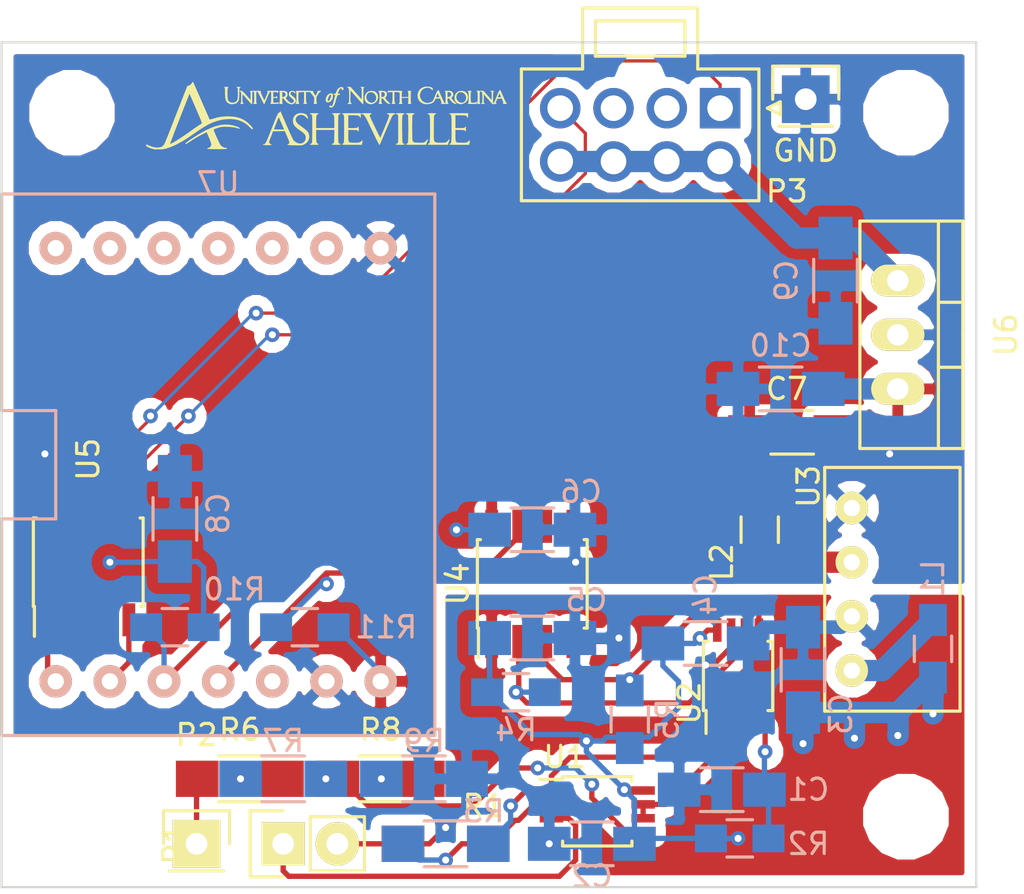
<source format=kicad_pcb>
(kicad_pcb (version 20160815) (host pcbnew "(2016-12-18 revision 3ffa37c)-makepkg")
  (layers (0 F.Cu signal) (31 B.Cu signal) (34 B.Paste user) (35 F.Paste user) (36 B.SilkS user) (37 F.SilkS user) (38 B.Mask user) (39 F.Mask user) (44 Edge.Cuts user))
  (net 0 "")
  (net 1 "Net-(C1-Pad1)")
  (net 2 GNDD)
  (net 3 VCC)
  (net 4 VDD)
  (net 5 GND)
  (net 6 +12V)
  (net 7 /CANH)
  (net 8 /CANL)
  (net 9 "Net-(L1-Pad1)")
  (net 10 "Net-(L2-Pad2)")
  (net 11 /ACC_NEG)
  (net 12 "Net-(P2-Pad1)")
  (net 13 "Net-(R1-Pad1)")
  (net 14 /AIN0)
  (net 15 /SDA1)
  (net 16 /SCL1)
  (net 17 "Net-(R6-Pad2)")
  (net 18 "Net-(R7-Pad2)")
  (net 19 "Net-(R8-Pad2)")
  (net 20 /SDA2)
  (net 21 /SCL2)
  (net 22 /AIN1)
  (net 23 /TXD)
  (net 24 /RXD)
  (module Pin_Headers:Pin_Header_Straight_1x01 (layer F.Cu) (at 193.167 88.519)
    (fp_text reference GND (at 0 2.413) (layer F.SilkS))
    (fp_text value Pin_Header_Straight_1x01)
    (pad 1 thru_hole rect (at 0 0) (size 2.2352 2.2352) (drill 1.016) (layers *.Cu *.Mask) (net 5 GND))
  )
  (module "UNCAMotorsports:UNCA Logo" (layer F.Cu) (at 170.688 89.281)
    (fp_text reference G*** hide)
    (fp_text value LOGO hide)
  )
  (module Mounting_Holes:MountingHole_3mm (layer F.Cu) (at 158.75 122.174)
    (fp_text reference REF** hide)
    (fp_text value MountingHole_3mm)
    (pad 1 np_thru_hole circle (at 0 0) (size 3 3) (drill 3) (layers *.Cu *.Mask))
  )
  (module Mounting_Holes:MountingHole_3mm (layer F.Cu) (at 197.866 122.174)
    (fp_text reference REF** hide)
    (fp_text value MountingHole_3mm)
    (pad 1 np_thru_hole circle (at 0 0) (size 3 3) (drill 3) (layers *.Cu *.Mask))
  )
  (module Mounting_Holes:MountingHole_3mm (layer F.Cu) (at 197.866 89.154)
    (fp_text reference REF** hide)
    (fp_text value MountingHole_3mm)
    (pad 1 np_thru_hole circle (at 0 0) (size 3 3) (drill 3) (layers *.Cu *.Mask))
  )
  (module Mounting_Holes:MountingHole_3mm (layer F.Cu) (at 158.75 89.154)
    (fp_text reference REF** hide)
    (fp_text value MountingHole_3mm)
    (pad 1 np_thru_hole circle (at 0 0) (size 3 3) (drill 3) (layers *.Cu *.Mask))
  )
  (module Connectors_Molex:Molex_NanoFit_2x04x2.50mm_Straight (layer F.Cu) (at 189.15 88.94 180)
    (fp_text reference P3 (at -3.128 -3.897 180) (layer F.SilkS))
    (fp_text value CONN_02X04)
    (pad 1 thru_hole rect (at 0 0 180) (size 1.9 1.9) (drill 1.2) (layers *.Cu *.Mask) (net 7 /CANH))
    (pad 2 thru_hole circle (at 2.5 0 180) (size 1.9 1.9) (drill 1.2) (layers *.Cu *.Mask))
    (pad 3 thru_hole circle (at 5 0 180) (size 1.9 1.9) (drill 1.2) (layers *.Cu *.Mask))
    (pad 4 thru_hole circle (at 7.5 0 180) (size 1.9 1.9) (drill 1.2) (layers *.Cu *.Mask) (net 8 /CANL))
    (pad 5 thru_hole circle (at 0 -2.5 180) (size 1.9 1.9) (drill 1.2) (layers *.Cu *.Mask) (net 6 +12V))
    (pad 6 thru_hole circle (at 2.5 -2.5 180) (size 1.9 1.9) (drill 1.2) (layers *.Cu *.Mask) (net 6 +12V))
    (pad 7 thru_hole circle (at 5 -2.5 180) (size 1.9 1.9) (drill 1.2) (layers *.Cu *.Mask) (net 6 +12V))
    (pad 8 thru_hole circle (at 7.5 -2.5 180) (size 1.9 1.9) (drill 1.2) (layers *.Cu *.Mask) (net 6 +12V))
    (pad "" np_thru_hole circle (at 3.75 1.34 180) (size 1.3 1.3) (drill 1.3) (layers *.Cu))
  )
  (module Housings_SSOP:TSSOP-8_3x3mm_Pitch0.65mm (layer F.Cu) (at 183.388 121.92)
    (fp_text reference U1 (at -1.524 -2.55) (layer F.SilkS))
    (fp_text value MCP6V27)
    (pad 8 smd rect (at 2.15 -0.975) (size 1.1 0.4) (layers F.Cu F.Paste F.Mask) (net 3 VCC))
    (pad 7 smd rect (at 2.15 -0.325) (size 1.1 0.4) (layers F.Cu F.Paste F.Mask) (net 22 /AIN1))
    (pad 6 smd rect (at 2.15 0.325) (size 1.1 0.4) (layers F.Cu F.Paste F.Mask) (net 22 /AIN1))
    (pad 5 smd rect (at 2.15 0.975) (size 1.1 0.4) (layers F.Cu F.Paste F.Mask) (net 18 "Net-(R7-Pad2)"))
    (pad 4 smd rect (at -2.15 0.975) (size 1.1 0.4) (layers F.Cu F.Paste F.Mask) (net 2 GNDD))
    (pad 3 smd rect (at -2.15 0.325) (size 1.1 0.4) (layers F.Cu F.Paste F.Mask) (net 11 /ACC_NEG))
    (pad 2 smd rect (at -2.15 -0.325) (size 1.1 0.4) (layers F.Cu F.Paste F.Mask) (net 13 "Net-(R1-Pad1)"))
    (pad 1 smd rect (at -2.15 -0.975) (size 1.1 0.4) (layers F.Cu F.Paste F.Mask) (net 14 /AIN0))
  )
  (module Capacitors_SMD:C_1206_HandSoldering (layer B.Cu) (at 189.23 120.904 180)
    (fp_text reference C1 (at -4.064 0 180) (layer B.SilkS) (effects (justify mirror)))
    (fp_text value 1uF)
    (pad 1 smd rect (at -2 0 180) (size 2 1.6) (layers B.Cu B.Paste B.Mask) (net 1 "Net-(C1-Pad1)"))
    (pad 2 smd rect (at 2 0 180) (size 2 1.6) (layers B.Cu B.Paste B.Mask) (net 2 GNDD))
  )
  (module Capacitors_SMD:C_1206_HandSoldering (layer B.Cu) (at 183.134 123.444)
    (fp_text reference C2 (at 0 1.524) (layer B.SilkS) (effects (justify mirror)))
    (fp_text value 1uF)
    (pad 1 smd rect (at -2 0) (size 2 1.6) (layers B.Cu B.Paste B.Mask) (net 2 GNDD))
    (pad 2 smd rect (at 2 0) (size 2 1.6) (layers B.Cu B.Paste B.Mask) (net 3 VCC))
  )
  (module Capacitors_SMD:C_1206_HandSoldering (layer B.Cu) (at 193.04 115.284 90)
    (fp_text reference C3 (at -2.064 1.778 90) (layer B.SilkS) (effects (justify mirror)))
    (fp_text value 1uF)
    (pad 1 smd rect (at -2 0 90) (size 2 1.6) (layers B.Cu B.Paste B.Mask) (net 3 VCC))
    (pad 2 smd rect (at 2 0 90) (size 2 1.6) (layers B.Cu B.Paste B.Mask) (net 2 GNDD))
  )
  (module Capacitors_SMD:C_1206_HandSoldering (layer B.Cu) (at 188.468 114.046)
    (fp_text reference C4 (at 0 -2.286 270) (layer B.SilkS) (effects (justify mirror)))
    (fp_text value 1uF)
    (pad 1 smd rect (at -2 0) (size 2 1.6) (layers B.Cu B.Paste B.Mask) (net 3 VCC))
    (pad 2 smd rect (at 2 0) (size 2 1.6) (layers B.Cu B.Paste B.Mask) (net 2 GNDD))
  )
  (module Capacitors_SMD:C_1206_HandSoldering (layer B.Cu) (at 180.34 113.792)
    (fp_text reference C5 (at 2.54 -1.778) (layer B.SilkS) (effects (justify mirror)))
    (fp_text value 1uF)
    (pad 1 smd rect (at -2 0) (size 2 1.6) (layers B.Cu B.Paste B.Mask) (net 3 VCC))
    (pad 2 smd rect (at 2 0) (size 2 1.6) (layers B.Cu B.Paste B.Mask) (net 2 GNDD))
  )
  (module Capacitors_SMD:C_1206_HandSoldering (layer B.Cu) (at 180.34 108.712)
    (fp_text reference C6 (at 2.286 -1.778) (layer B.SilkS) (effects (justify mirror)))
    (fp_text value 1uF)
    (pad 1 smd rect (at -2 0) (size 2 1.6) (layers B.Cu B.Paste B.Mask) (net 4 VDD))
    (pad 2 smd rect (at 2 0) (size 2 1.6) (layers B.Cu B.Paste B.Mask) (net 5 GND))
  )
  (module Capacitors_SMD:C_1206_HandSoldering (layer F.Cu) (at 192.532 104.14)
    (fp_text reference C7 (at -0.254 -2.032) (layer F.SilkS))
    (fp_text value 1uF)
    (pad 1 smd rect (at -2 0) (size 2 1.6) (layers F.Cu F.Paste F.Mask) (net 4 VDD))
    (pad 2 smd rect (at 2 0) (size 2 1.6) (layers F.Cu F.Paste F.Mask) (net 5 GND))
  )
  (module Capacitors_SMD:C_1206_HandSoldering (layer B.Cu) (at 163.576 108.204 270)
    (fp_text reference C8 (at -0.254 -2.032 270) (layer B.SilkS) (effects (justify mirror)))
    (fp_text value 1uF)
    (pad 1 smd rect (at -2 0 270) (size 2 1.6) (layers B.Cu B.Paste B.Mask) (net 5 GND))
    (pad 2 smd rect (at 2 0 270) (size 2 1.6) (layers B.Cu B.Paste B.Mask) (net 4 VDD))
  )
  (module Capacitors_SMD:C_1206_HandSoldering (layer B.Cu) (at 194.564 97.028 270)
    (fp_text reference C9 (at 0 2.3 270) (layer B.SilkS) (effects (justify mirror)))
    (fp_text value 0.68uF)
    (pad 1 smd rect (at -2 0 270) (size 2 1.6) (layers B.Cu B.Paste B.Mask) (net 6 +12V))
    (pad 2 smd rect (at 2 0 270) (size 2 1.6) (layers B.Cu B.Paste B.Mask) (net 5 GND))
  )
  (module Capacitors_SMD:C_1206_HandSoldering (layer B.Cu) (at 191.992 102.108 180)
    (fp_text reference C10 (at 0 2.032 180) (layer B.SilkS) (effects (justify mirror)))
    (fp_text value 0.33uF)
    (pad 1 smd rect (at -2 0 180) (size 2 1.6) (layers B.Cu B.Paste B.Mask) (net 4 VDD))
    (pad 2 smd rect (at 2 0 180) (size 2 1.6) (layers B.Cu B.Paste B.Mask) (net 5 GND))
  )
  (module Pin_Headers:Pin_Header_Straight_1x02 (layer F.Cu) (at 168.656 123.444 90)
    (fp_text reference P1 (at 0 -5.1 90) (layer F.SilkS))
    (fp_text value SHUNT)
    (pad 1 thru_hole rect (at 0 0 90) (size 2.032 2.032) (drill 1.016) (layers *.Cu *.Mask F.SilkS) (net 11 /ACC_NEG))
    (pad 2 thru_hole oval (at 0 2.54 90) (size 2.032 2.032) (drill 1.016) (layers *.Cu *.Mask F.SilkS) (net 2 GNDD))
  )
  (module Pin_Headers:Pin_Header_Straight_1x01 (layer F.Cu) (at 164.592 123.444)
    (fp_text reference P2 (at 0 -5.1) (layer F.SilkS))
    (fp_text value HV)
    (pad 1 thru_hole rect (at 0 0) (size 2.2352 2.2352) (drill 1.016) (layers *.Cu *.Mask F.SilkS) (net 12 "Net-(P2-Pad1)"))
  )
  (module Resistors_SMD:R_1206_HandSoldering (layer F.Cu) (at 176.276 123.444 180)
    (fp_text reference R1 (at -1.778 1.778 180) (layer F.SilkS))
    (fp_text value 1k)
    (pad 1 smd rect (at -2 0 180) (size 2 1.7) (layers F.Cu F.Paste F.Mask) (net 13 "Net-(R1-Pad1)"))
    (pad 2 smd rect (at 2 0 180) (size 2 1.7) (layers F.Cu F.Paste F.Mask) (net 2 GNDD))
  )
  (module Resistors_SMD:R_0805_HandSoldering (layer B.Cu) (at 190.072 123.19 180)
    (fp_text reference R2 (at -3.222 -0.254 180) (layer B.SilkS) (effects (justify mirror)))
    (fp_text value 1k)
    (pad 1 smd rect (at -1.35 0 180) (size 1.5 1.3) (layers B.Cu B.Paste B.Mask) (net 1 "Net-(C1-Pad1)"))
    (pad 2 smd rect (at 1.35 0 180) (size 1.5 1.3) (layers B.Cu B.Paste B.Mask) (net 3 VCC))
  )
  (module Resistors_SMD:R_1206_HandSoldering (layer B.Cu) (at 176.276 123.444 180)
    (fp_text reference R3 (at -1.778 1.524 180) (layer B.SilkS) (effects (justify mirror)))
    (fp_text value 100k)
    (pad 1 smd rect (at -2 0 180) (size 2 1.7) (layers B.Cu B.Paste B.Mask) (net 14 /AIN0))
    (pad 2 smd rect (at 2 0 180) (size 2 1.7) (layers B.Cu B.Paste B.Mask) (net 13 "Net-(R1-Pad1)"))
  )
  (module Resistors_SMD:R_0805_HandSoldering (layer B.Cu) (at 179.578 116.332)
    (fp_text reference R4 (at 0 1.778) (layer B.SilkS) (effects (justify mirror)))
    (fp_text value 1k)
    (pad 1 smd rect (at -1.35 0) (size 1.5 1.3) (layers B.Cu B.Paste B.Mask) (net 3 VCC))
    (pad 2 smd rect (at 1.35 0) (size 1.5 1.3) (layers B.Cu B.Paste B.Mask) (net 15 /SDA1))
  )
  (module Resistors_SMD:R_0805_HandSoldering (layer B.Cu) (at 184.912 117.602 90)
    (fp_text reference R5 (at 0 1.778 90) (layer B.SilkS) (effects (justify mirror)))
    (fp_text value 1k)
    (pad 1 smd rect (at -1.35 0 90) (size 1.5 1.3) (layers B.Cu B.Paste B.Mask) (net 3 VCC))
    (pad 2 smd rect (at 1.35 0 90) (size 1.5 1.3) (layers B.Cu B.Paste B.Mask) (net 16 /SCL1))
  )
  (module Resistors_SMD:R_1206_HandSoldering (layer F.Cu) (at 166.624 120.396)
    (fp_text reference R6 (at 0 -2.3) (layer F.SilkS))
    (fp_text value 100k)
    (pad 1 smd rect (at -2 0) (size 2 1.7) (layers F.Cu F.Paste F.Mask) (net 12 "Net-(P2-Pad1)"))
    (pad 2 smd rect (at 2 0) (size 2 1.7) (layers F.Cu F.Paste F.Mask) (net 17 "Net-(R6-Pad2)"))
  )
  (module Resistors_SMD:R_1206_HandSoldering (layer B.Cu) (at 168.656 120.396)
    (fp_text reference R7 (at 0 -1.778) (layer B.SilkS) (effects (justify mirror)))
    (fp_text value 100k)
    (pad 1 smd rect (at -2 0) (size 2 1.7) (layers B.Cu B.Paste B.Mask) (net 17 "Net-(R6-Pad2)"))
    (pad 2 smd rect (at 2 0) (size 2 1.7) (layers B.Cu B.Paste B.Mask) (net 18 "Net-(R7-Pad2)"))
  )
  (module Resistors_SMD:R_1206_HandSoldering (layer F.Cu) (at 173.228 120.396)
    (fp_text reference R8 (at 0 -2.3) (layer F.SilkS))
    (fp_text value 1k)
    (pad 1 smd rect (at -2 0) (size 2 1.7) (layers F.Cu F.Paste F.Mask) (net 18 "Net-(R7-Pad2)"))
    (pad 2 smd rect (at 2 0) (size 2 1.7) (layers F.Cu F.Paste F.Mask) (net 19 "Net-(R8-Pad2)"))
  )
  (module Resistors_SMD:R_1206_HandSoldering (layer B.Cu) (at 175.26 120.396)
    (fp_text reference R9 (at 0 -1.778) (layer B.SilkS) (effects (justify mirror)))
    (fp_text value 1k)
    (pad 1 smd rect (at -2 0) (size 2 1.7) (layers B.Cu B.Paste B.Mask) (net 19 "Net-(R8-Pad2)"))
    (pad 2 smd rect (at 2 0) (size 2 1.7) (layers B.Cu B.Paste B.Mask) (net 2 GNDD))
  )
  (module Resistors_SMD:R_0805_HandSoldering (layer B.Cu) (at 163.576 113.284 180)
    (fp_text reference R10 (at -2.794 1.778 180) (layer B.SilkS) (effects (justify mirror)))
    (fp_text value 1k)
    (pad 1 smd rect (at -1.35 0 180) (size 1.5 1.3) (layers B.Cu B.Paste B.Mask) (net 4 VDD))
    (pad 2 smd rect (at 1.35 0 180) (size 1.5 1.3) (layers B.Cu B.Paste B.Mask) (net 20 /SDA2))
  )
  (module Resistors_SMD:R_0805_HandSoldering (layer B.Cu) (at 169.672 113.284 180)
    (fp_text reference R11 (at -3.81 0 180) (layer B.SilkS) (effects (justify mirror)))
    (fp_text value 1k)
    (pad 1 smd rect (at -1.35 0 180) (size 1.5 1.3) (layers B.Cu B.Paste B.Mask) (net 4 VDD))
    (pad 2 smd rect (at 1.35 0 180) (size 1.5 1.3) (layers B.Cu B.Paste B.Mask) (net 21 /SCL2))
  )
  (module .pretty:CRE1S0505S3C (layer F.Cu) (at 199.136 107.696 270)
    (fp_text reference U3 (at -1.016 5.842 270) (layer F.SilkS))
    (fp_text value CRE1S0505S3C)
    (pad 1 thru_hole circle (at 0 3.81 270) (size 1.524 1.524) (drill 0.762) (layers *.Cu *.Mask F.SilkS) (net 5 GND))
    (pad 2 thru_hole circle (at 2.54 3.81 270) (size 1.524 1.524) (drill 0.762) (layers *.Cu *.Mask F.SilkS) (net 10 "Net-(L2-Pad2)"))
    (pad 3 thru_hole circle (at 5.08 3.81 270) (size 1.524 1.524) (drill 0.762) (layers *.Cu *.Mask F.SilkS) (net 2 GNDD))
    (pad 4 thru_hole circle (at 7.62 3.81 270) (size 1.524 1.524) (drill 0.762) (layers *.Cu *.Mask F.SilkS) (net 9 "Net-(L1-Pad1)"))
  )
  (module Housings_SOIC:SOIC-8_3.9x4.9mm_Pitch1.27mm (layer F.Cu) (at 180.34 111.252 90)
    (fp_text reference U4 (at 0 -3.5 90) (layer F.SilkS))
    (fp_text value ADUM1250ARZ)
    (pad 1 smd rect (at -2.7 -1.905 90) (size 1.55 0.6) (layers F.Cu F.Paste F.Mask) (net 3 VCC))
    (pad 2 smd rect (at -2.7 -0.635 90) (size 1.55 0.6) (layers F.Cu F.Paste F.Mask) (net 15 /SDA1))
    (pad 3 smd rect (at -2.7 0.635 90) (size 1.55 0.6) (layers F.Cu F.Paste F.Mask) (net 16 /SCL1))
    (pad 4 smd rect (at -2.7 1.905 90) (size 1.55 0.6) (layers F.Cu F.Paste F.Mask) (net 2 GNDD))
    (pad 5 smd rect (at 2.7 1.905 90) (size 1.55 0.6) (layers F.Cu F.Paste F.Mask) (net 5 GND))
    (pad 6 smd rect (at 2.7 0.635 90) (size 1.55 0.6) (layers F.Cu F.Paste F.Mask) (net 21 /SCL2))
    (pad 7 smd rect (at 2.7 -0.635 90) (size 1.55 0.6) (layers F.Cu F.Paste F.Mask) (net 20 /SDA2))
    (pad 8 smd rect (at 2.7 -1.905 90) (size 1.55 0.6) (layers F.Cu F.Paste F.Mask) (net 4 VDD))
  )
  (module Housings_SOIC:SOIC-8_3.9x4.9mm_Pitch1.27mm (layer F.Cu) (at 159.512 110.236 90)
    (fp_text reference U5 (at 4.826 0 90) (layer F.SilkS))
    (fp_text value MCP2551-I/P)
    (pad 1 smd rect (at -2.7 -1.905 90) (size 1.55 0.6) (layers F.Cu F.Paste F.Mask) (net 23 /TXD))
    (pad 2 smd rect (at -2.7 -0.635 90) (size 1.55 0.6) (layers F.Cu F.Paste F.Mask) (net 5 GND))
    (pad 3 smd rect (at -2.7 0.635 90) (size 1.55 0.6) (layers F.Cu F.Paste F.Mask) (net 4 VDD))
    (pad 4 smd rect (at -2.7 1.905 90) (size 1.55 0.6) (layers F.Cu F.Paste F.Mask) (net 24 /RXD))
    (pad 5 smd rect (at 2.7 1.905 90) (size 1.55 0.6) (layers F.Cu F.Paste F.Mask))
    (pad 6 smd rect (at 2.7 0.635 90) (size 1.55 0.6) (layers F.Cu F.Paste F.Mask) (net 8 /CANL))
    (pad 7 smd rect (at 2.7 -0.635 90) (size 1.55 0.6) (layers F.Cu F.Paste F.Mask) (net 7 /CANH))
    (pad 8 smd rect (at 2.7 -1.905 90) (size 1.55 0.6) (layers F.Cu F.Paste F.Mask) (net 5 GND))
  )
  (module TO_SOT_Packages_THT:TO-220_Neutral123_Vertical (layer F.Cu) (at 197.485 99.568 270)
    (fp_text reference U6 (at 0 -5.08 270) (layer F.SilkS))
    (fp_text value 7805)
    (pad 2 thru_hole oval (at 0 0) (size 2.49936 1.50114) (drill 1.00076) (layers *.Cu *.Mask F.SilkS) (net 5 GND))
    (pad 1 thru_hole oval (at -2.54 0) (size 2.49936 1.50114) (drill 1.00076) (layers *.Cu *.Mask F.SilkS) (net 6 +12V))
    (pad 3 thru_hole oval (at 2.54 0) (size 2.49936 1.50114) (drill 1.00076) (layers *.Cu *.Mask F.SilkS) (net 4 VDD))
  )
  (module UNCAMotorsports:Kitprog-PSoC (layer B.Cu) (at 165.608 92.964)
    (fp_text reference U7 (at 0 -0.5) (layer B.SilkS) (effects (justify mirror)))
    (fp_text value Kitprog-PSoC)
    (pad 1 thru_hole circle (at -7.62 2.54) (size 1.524 1.524) (drill 0.762) (layers *.Cu *.Mask B.SilkS))
    (pad 2 thru_hole circle (at -5.08 2.54) (size 1.524 1.524) (drill 0.762) (layers *.Cu *.Mask B.SilkS))
    (pad 3 thru_hole circle (at -2.54 2.54) (size 1.524 1.524) (drill 0.762) (layers *.Cu *.Mask B.SilkS))
    (pad 4 thru_hole circle (at 0 2.54) (size 1.524 1.524) (drill 0.762) (layers *.Cu *.Mask B.SilkS))
    (pad 5 thru_hole circle (at 2.54 2.54) (size 1.524 1.524) (drill 0.762) (layers *.Cu *.Mask B.SilkS))
    (pad 6 thru_hole circle (at 5.08 2.54) (size 1.524 1.524) (drill 0.762) (layers *.Cu *.Mask B.SilkS))
    (pad 7 thru_hole circle (at 7.62 2.54) (size 1.524 1.524) (drill 0.762) (layers *.Cu *.Mask B.SilkS) (net 5 GND))
    (pad 8 thru_hole oval (at 7.62 22.86) (size 1.524 1.524) (drill oval 0.762) (layers *.Cu *.Mask B.SilkS) (net 4 VDD))
    (pad 9 thru_hole circle (at 5.08 22.86) (size 1.524 1.524) (drill 0.762) (layers *.Cu *.Mask B.SilkS) (net 5 GND))
    (pad 10 thru_hole circle (at 2.54 22.86) (size 1.524 1.524) (drill 0.762) (layers *.Cu *.Mask B.SilkS))
    (pad 11 thru_hole circle (at 0 22.86) (size 1.524 1.524) (drill 0.762) (layers *.Cu *.Mask B.SilkS) (net 21 /SCL2))
    (pad 12 thru_hole circle (at -2.54 22.86) (size 1.524 1.524) (drill 0.762) (layers *.Cu *.Mask B.SilkS) (net 20 /SDA2))
    (pad 13 thru_hole circle (at -5.08 22.86) (size 1.524 1.524) (drill 0.762) (layers *.Cu *.Mask B.SilkS) (net 24 /RXD))
    (pad 14 thru_hole circle (at -7.62 22.86) (size 1.524 1.524) (drill 0.762) (layers *.Cu *.Mask B.SilkS) (net 23 /TXD))
  )
  (module Housings_SSOP:TSSOP-8_3x3mm_Pitch0.65mm (layer F.Cu) (at 189.992 115.57 90)
    (fp_text reference U2 (at -1.27 -2.286 90) (layer F.SilkS))
    (fp_text value MAX11644)
    (pad 1 smd rect (at -2.15 -0.975 90) (size 1.1 0.4) (layers F.Cu F.Paste F.Mask) (net 14 /AIN0))
    (pad 2 smd rect (at -2.15 -0.325 90) (size 1.1 0.4) (layers F.Cu F.Paste F.Mask) (net 22 /AIN1))
    (pad 3 smd rect (at -2.15 0.325 90) (size 1.1 0.4) (layers F.Cu F.Paste F.Mask))
    (pad 4 smd rect (at -2.15 0.975 90) (size 1.1 0.4) (layers F.Cu F.Paste F.Mask) (net 1 "Net-(C1-Pad1)"))
    (pad 5 smd rect (at 2.15 0.975 90) (size 1.1 0.4) (layers F.Cu F.Paste F.Mask) (net 16 /SCL1))
    (pad 6 smd rect (at 2.15 0.325 90) (size 1.1 0.4) (layers F.Cu F.Paste F.Mask) (net 15 /SDA1))
    (pad 7 smd rect (at 2.15 -0.325 90) (size 1.1 0.4) (layers F.Cu F.Paste F.Mask) (net 2 GNDD))
    (pad 8 smd rect (at 2.15 -0.975 90) (size 1.1 0.4) (layers F.Cu F.Paste F.Mask) (net 3 VCC))
  )
  (module Resistors_SMD:R_0805_HandSoldering (layer B.Cu) (at 199.136 114.3 270)
    (fp_text reference L1 (at -3.302 0 270) (layer B.SilkS) (effects (justify mirror)))
    (fp_text value 10uH)
    (pad 2 smd rect (at 1.35 0 270) (size 1.5 1.3) (layers B.Cu B.Paste B.Mask) (net 3 VCC))
    (pad 1 smd rect (at -1.35 0 270) (size 1.5 1.3) (layers B.Cu B.Paste B.Mask) (net 9 "Net-(L1-Pad1)"))
  )
  (module Resistors_SMD:R_0805_HandSoldering (layer F.Cu) (at 191.008 108.712 270)
    (fp_text reference L2 (at 1.524 1.778 270) (layer F.SilkS))
    (fp_text value 10uH)
    (pad 2 smd rect (at 1.35 0 270) (size 1.5 1.3) (layers F.Cu F.Paste F.Mask) (net 10 "Net-(L2-Pad2)"))
    (pad 1 smd rect (at -1.35 0 270) (size 1.5 1.3) (layers F.Cu F.Paste F.Mask) (net 4 VDD))
  )
  (gr_line (start 201.168 125.476) (end 201.168 85.852) (layer Edge.Cuts) (width 0.1))
  (gr_line (start 155.448 125.476) (end 201.168 125.476) (layer Edge.Cuts) (width 0.1))
  (gr_line (start 155.448 85.852) (end 155.448 125.476) (layer Edge.Cuts) (width 0.1))
  (gr_line (start 155.448 85.852) (end 201.168 85.852) (layer Edge.Cuts) (width 0.1))
  (segment (start 191.262 119.126) (end 191.262 118.015) (width 0.25) (layer F.Cu) (net 1))
  (segment (start 191.262 118.015) (end 190.967 117.72) (width 0.25) (layer F.Cu) (net 1))
  (segment (start 191.23 120.904) (end 191.23 119.158) (width 0.25) (layer B.Cu) (net 1))
  (segment (start 191.23 119.158) (end 191.262 119.126) (width 0.25) (layer B.Cu) (net 1))
  (via (at 191.262 119.126) (size 0.6858) (drill 0.3302) (layers F.Cu B.Cu) (net 1))
  (segment (start 191.422 123.19) (end 191.422 121.096) (width 0.25) (layer B.Cu) (net 1))
  (segment (start 191.422 121.096) (end 191.23 120.904) (width 0.25) (layer B.Cu) (net 1))
  (segment (start 193.04 113.284) (end 191.23 113.284) (width 0.64516) (layer B.Cu) (net 2))
  (segment (start 191.23 113.284) (end 190.468 114.046) (width 0.64516) (layer B.Cu) (net 2))
  (segment (start 193.04 113.284) (end 194.818 113.284) (width 0.64516) (layer B.Cu) (net 2))
  (segment (start 194.818 113.284) (end 195.326 112.776) (width 0.64516) (layer B.Cu) (net 2))
  (segment (start 182.245 113.952) (end 184.244 113.952) (width 0.25) (layer F.Cu) (net 2))
  (segment (start 184.244 113.952) (end 184.404 113.792) (width 0.25) (layer F.Cu) (net 2))
  (via (at 184.404 113.792) (size 0.6858) (drill 0.3302) (layers F.Cu B.Cu) (net 2))
  (segment (start 181.238 122.895) (end 181.238 123.34) (width 0.25) (layer F.Cu) (net 2))
  (segment (start 181.238 123.34) (end 181.134 123.444) (width 0.25) (layer F.Cu) (net 2))
  (via (at 181.134 123.444) (size 0.6858) (drill 0.3302) (layers F.Cu B.Cu) (net 2))
  (segment (start 189.667 113.42) (end 189.667 114.22) (width 0.25) (layer F.Cu) (net 2))
  (segment (start 189.667 114.22) (end 188.825 115.062) (width 0.25) (layer F.Cu) (net 2))
  (segment (start 188.825 115.062) (end 188.468 115.062) (width 0.25) (layer F.Cu) (net 2))
  (via (at 188.468 115.062) (size 0.6858) (drill 0.3302) (layers F.Cu B.Cu) (net 2))
  (segment (start 174.276 123.444) (end 175.514 123.444) (width 0.25) (layer F.Cu) (net 2))
  (segment (start 175.514 123.444) (end 176.276 122.682) (width 0.25) (layer F.Cu) (net 2))
  (via (at 176.276 122.682) (size 0.6858) (drill 0.3302) (layers F.Cu B.Cu) (net 2))
  (segment (start 171.196 123.444) (end 171.45 123.444) (width 0.25) (layer B.Cu) (net 2))
  (segment (start 171.196 123.444) (end 174.276 123.444) (width 0.25) (layer F.Cu) (net 2))
  (segment (start 182.372 112.268) (end 182.372 113.76) (width 0.25) (layer B.Cu) (net 2))
  (segment (start 182.372 113.76) (end 182.34 113.792) (width 0.25) (layer B.Cu) (net 2))
  (segment (start 197.502 117.284) (end 197.502 118.347) (width 1) (layer B.Cu) (net 3))
  (segment (start 197.502 118.347) (end 197.485 118.364) (width 1) (layer B.Cu) (net 3))
  (via (at 197.485 118.364) (size 0.6858) (drill 0.3302) (layers F.Cu B.Cu) (net 3))
  (segment (start 195.453 117.284) (end 193.04 117.284) (width 1) (layer B.Cu) (net 3))
  (segment (start 196.024 117.284) (end 195.453 117.284) (width 1) (layer B.Cu) (net 3))
  (segment (start 195.453 117.284) (end 195.453 118.491) (width 1) (layer B.Cu) (net 3))
  (via (at 195.453 118.491) (size 0.6858) (drill 0.3302) (layers F.Cu B.Cu) (net 3))
  (segment (start 193.04 117.284) (end 193.04 118.745) (width 1) (layer B.Cu) (net 3))
  (via (at 193.04 118.745) (size 0.6858) (drill 0.3302) (layers F.Cu B.Cu) (net 3))
  (segment (start 199.136 115.65) (end 199.136 117.348) (width 1) (layer B.Cu) (net 3))
  (via (at 199.136 117.348) (size 0.6858) (drill 0.3302) (layers F.Cu B.Cu) (net 3))
  (segment (start 199.136 115.65) (end 197.502 117.284) (width 1) (layer B.Cu) (net 3))
  (segment (start 197.502 117.284) (end 196.024 117.284) (width 1) (layer B.Cu) (net 3))
  (segment (start 182.88 118.618) (end 182.580001 118.318001) (width 0.25) (layer B.Cu) (net 3))
  (segment (start 182.580001 118.318001) (end 180.314001 118.318001) (width 0.25) (layer B.Cu) (net 3))
  (segment (start 180.314001 118.318001) (end 178.328 116.332) (width 0.25) (layer B.Cu) (net 3))
  (segment (start 178.328 116.332) (end 178.228 116.332) (width 0.25) (layer B.Cu) (net 3))
  (segment (start 178.34 113.792) (end 178.34 116.22) (width 0.25) (layer B.Cu) (net 3))
  (segment (start 178.34 116.22) (end 178.228 116.332) (width 0.25) (layer B.Cu) (net 3))
  (segment (start 183.642 118.618) (end 183.816 118.444) (width 0.25) (layer B.Cu) (net 3))
  (segment (start 183.816 118.444) (end 184.912 118.444) (width 0.25) (layer B.Cu) (net 3))
  (segment (start 187.198 115.826) (end 187.198 117.058) (width 0.25) (layer B.Cu) (net 3))
  (segment (start 187.198 117.058) (end 185.812 118.444) (width 0.25) (layer B.Cu) (net 3))
  (segment (start 185.812 118.444) (end 184.912 118.444) (width 0.25) (layer B.Cu) (net 3))
  (segment (start 186.468 114.046) (end 186.468 115.096) (width 0.25) (layer B.Cu) (net 3))
  (segment (start 186.468 115.096) (end 187.198 115.826) (width 0.25) (layer B.Cu) (net 3))
  (segment (start 188.208026 113.778974) (end 188.208026 113.807046) (width 0.25) (layer F.Cu) (net 3))
  (segment (start 187.969072 114.046) (end 188.208026 113.807046) (width 0.25) (layer B.Cu) (net 3))
  (segment (start 189.017 113.42) (end 188.567 113.42) (width 0.25) (layer F.Cu) (net 3))
  (segment (start 186.468 114.046) (end 187.969072 114.046) (width 0.25) (layer B.Cu) (net 3))
  (segment (start 188.567 113.42) (end 188.208026 113.778974) (width 0.25) (layer F.Cu) (net 3))
  (via (at 188.208026 113.807046) (size 0.6858) (drill 0.3302) (layers F.Cu B.Cu) (net 3))
  (segment (start 188.722 123.19) (end 185.388 123.19) (width 0.25) (layer B.Cu) (net 3))
  (segment (start 185.388 123.19) (end 185.134 123.444) (width 0.25) (layer B.Cu) (net 3))
  (segment (start 184.658 120.904) (end 182.88 119.126) (width 0.25) (layer B.Cu) (net 3))
  (segment (start 182.88 119.126) (end 182.88 118.618) (width 0.25) (layer B.Cu) (net 3))
  (segment (start 184.658 120.904) (end 185.134 121.38) (width 0.25) (layer B.Cu) (net 3))
  (segment (start 185.134 121.38) (end 185.134 123.444) (width 0.25) (layer B.Cu) (net 3))
  (segment (start 185.538 120.945) (end 184.699 120.945) (width 0.25) (layer F.Cu) (net 3))
  (segment (start 184.699 120.945) (end 184.658 120.904) (width 0.25) (layer F.Cu) (net 3))
  (via (at 184.658 120.904) (size 0.6858) (drill 0.3302) (layers F.Cu B.Cu) (net 3))
  (segment (start 188.722 123.19) (end 189.992 123.19) (width 0.25) (layer B.Cu) (net 3))
  (via (at 189.992 123.19) (size 0.6858) (drill 0.3302) (layers F.Cu B.Cu) (net 3))
  (segment (start 183.642 118.618) (end 182.88 118.618) (width 0.25) (layer B.Cu) (net 3))
  (via (at 182.88 118.618) (size 0.6858) (drill 0.3302) (layers F.Cu B.Cu) (net 3))
  (segment (start 184.912 118.344) (end 184.912 118.444) (width 0.25) (layer B.Cu) (net 3))
  (segment (start 177.9 116.332) (end 177.8 116.332) (width 0.25) (layer B.Cu) (net 3))
  (segment (start 177.8 114.332) (end 178.34 113.792) (width 0.25) (layer B.Cu) (net 3))
  (segment (start 178.308 113.76) (end 178.34 113.792) (width 0.25) (layer B.Cu) (net 3))
  (segment (start 178.435 113.952) (end 178.435 112.395) (width 0.25) (layer F.Cu) (net 3))
  (segment (start 178.435 112.395) (end 178.308 112.268) (width 0.25) (layer F.Cu) (net 3))
  (segment (start 171.022 113.284) (end 171.122 113.284) (width 0.25) (layer B.Cu) (net 4))
  (segment (start 171.122 113.284) (end 173.228 115.39) (width 0.25) (layer B.Cu) (net 4))
  (segment (start 173.228 115.39) (end 173.228 115.824) (width 0.25) (layer B.Cu) (net 4))
  (segment (start 164.926 113.284) (end 164.926 110.504) (width 0.25) (layer B.Cu) (net 4))
  (segment (start 164.926 110.504) (end 164.626 110.204) (width 0.25) (layer B.Cu) (net 4))
  (segment (start 160.147 112.936) (end 160.147 110.617) (width 0.25) (layer F.Cu) (net 4))
  (segment (start 193.992 102.108) (end 197.485 102.108) (width 1) (layer B.Cu) (net 4))
  (segment (start 164.626 110.204) (end 163.576 110.204) (width 0.25) (layer B.Cu) (net 4))
  (segment (start 162.116 110.204) (end 163.576 110.204) (width 0.25) (layer B.Cu) (net 4))
  (segment (start 176.784 108.712) (end 178.34 108.712) (width 0.25) (layer B.Cu) (net 4))
  (segment (start 176.944 108.552) (end 176.784 108.712) (width 0.25) (layer F.Cu) (net 4))
  (via (at 176.784 108.712) (size 0.6858) (drill 0.3302) (layers F.Cu B.Cu) (net 4))
  (segment (start 162.084 110.236) (end 162.116 110.204) (width 0.25) (layer B.Cu) (net 4))
  (segment (start 160.528 110.236) (end 162.084 110.236) (width 0.25) (layer B.Cu) (net 4))
  (segment (start 160.147 110.617) (end 160.528 110.236) (width 0.25) (layer F.Cu) (net 4))
  (via (at 160.528 110.236) (size 0.6858) (drill 0.3302) (layers F.Cu B.Cu) (net 4))
  (segment (start 178.435 108.552) (end 176.944 108.552) (width 0.25) (layer F.Cu) (net 4))
  (segment (start 182.372 110.236) (end 182.372 108.744) (width 0.25) (layer B.Cu) (net 5))
  (segment (start 182.372 108.744) (end 182.34 108.712) (width 0.25) (layer B.Cu) (net 5))
  (segment (start 182.245 110.109) (end 182.372 110.236) (width 0.25) (layer F.Cu) (net 5))
  (via (at 182.372 110.236) (size 0.6858) (drill 0.3302) (layers F.Cu B.Cu) (net 5))
  (segment (start 182.245 108.552) (end 182.245 110.109) (width 0.25) (layer F.Cu) (net 5))
  (segment (start 196.798 105.156) (end 197.104 105.156) (width 0.25) (layer F.Cu) (net 5))
  (via (at 197.104 105.156) (size 0.6858) (drill 0.3302) (layers F.Cu B.Cu) (net 5))
  (segment (start 194.532 104.14) (end 195.782 104.14) (width 0.25) (layer F.Cu) (net 5))
  (segment (start 195.782 104.14) (end 196.798 105.156) (width 0.25) (layer F.Cu) (net 5))
  (segment (start 157.607 107.536) (end 157.607 105.283) (width 0.25) (layer F.Cu) (net 5))
  (segment (start 157.607 105.283) (end 157.48 105.156) (width 0.25) (layer F.Cu) (net 5))
  (via (at 157.48 105.156) (size 0.6858) (drill 0.3302) (layers F.Cu B.Cu) (net 5))
  (segment (start 158.877 112.936) (end 158.877 111.911) (width 0.25) (layer F.Cu) (net 5))
  (segment (start 158.877 111.911) (end 157.607 110.641) (width 0.25) (layer F.Cu) (net 5))
  (segment (start 157.607 110.641) (end 157.607 108.561) (width 0.25) (layer F.Cu) (net 5))
  (segment (start 157.607 108.561) (end 157.607 107.536) (width 0.25) (layer F.Cu) (net 5))
  (segment (start 194.564 95.028) (end 192.738 95.028) (width 1) (layer B.Cu) (net 6))
  (segment (start 192.738 95.028) (end 189.15 91.44) (width 1) (layer B.Cu) (net 6))
  (segment (start 186.65 91.44) (end 189.15 91.44) (width 1) (layer B.Cu) (net 6))
  (segment (start 184.15 91.44) (end 186.65 91.44) (width 1) (layer B.Cu) (net 6))
  (segment (start 181.65 91.44) (end 184.15 91.44) (width 1) (layer B.Cu) (net 6))
  (segment (start 181.61 91.48) (end 181.65 91.44) (width 1) (layer B.Cu) (net 6))
  (segment (start 194.564 95.028) (end 195.485 95.028) (width 1) (layer B.Cu) (net 6))
  (segment (start 195.485 95.028) (end 197.485 97.028) (width 1) (layer B.Cu) (net 6))
  (segment (start 194.564 94.828) (end 194.564 95.028) (width 1) (layer B.Cu) (net 6))
  (segment (start 180.079489 90.118601) (end 180.079489 88.766181) (width 0.1524) (layer F.Cu) (net 7))
  (segment (start 182.124271 86.721399) (end 188.033799 86.721399) (width 0.1524) (layer F.Cu) (net 7))
  (segment (start 180.079489 88.766181) (end 182.124271 86.721399) (width 0.1524) (layer F.Cu) (net 7))
  (segment (start 188.033799 86.721399) (end 189.15 87.8376) (width 0.1524) (layer F.Cu) (net 7))
  (segment (start 189.15 87.8376) (end 189.15 88.94) (width 0.1524) (layer F.Cu) (net 7))
  (segment (start 162.433 103.378) (end 167.259 98.552) (width 0.1524) (layer B.Cu) (net 7))
  (segment (start 167.259 98.552) (end 167.386 98.552) (width 0.1524) (layer B.Cu) (net 7))
  (via (at 167.386 98.552) (size 0.6858) (drill 0.3302) (layers F.Cu B.Cu) (net 7))
  (segment (start 158.877 107.061) (end 162.433 103.505) (width 0.1524) (layer F.Cu) (net 7))
  (segment (start 162.433 103.505) (end 162.433 103.378) (width 0.1524) (layer F.Cu) (net 7))
  (via (at 162.433 103.378) (size 0.6858) (drill 0.3302) (layers F.Cu B.Cu) (net 7))
  (segment (start 167.386 98.552) (end 171.64609 98.552) (width 0.1524) (layer F.Cu) (net 7))
  (segment (start 171.64609 98.552) (end 180.079489 90.118601) (width 0.1524) (layer F.Cu) (net 7))
  (segment (start 158.877 107.061) (end 158.877 107.536) (width 0.25) (layer F.Cu) (net 7))
  (segment (start 181.65 88.94) (end 182.828601 90.118601) (width 0.1524) (layer F.Cu) (net 8))
  (segment (start 168.632933 99.568) (end 168.148 99.568) (width 0.1524) (layer F.Cu) (net 8))
  (segment (start 182.828601 90.118601) (end 182.828601 92.005729) (width 0.1524) (layer F.Cu) (net 8))
  (segment (start 182.828601 92.005729) (end 175.26633 99.568) (width 0.1524) (layer F.Cu) (net 8))
  (segment (start 175.26633 99.568) (end 168.632933 99.568) (width 0.1524) (layer F.Cu) (net 8))
  (segment (start 164.211 103.378) (end 168.021 99.568) (width 0.1524) (layer B.Cu) (net 8))
  (segment (start 168.021 99.568) (end 168.148 99.568) (width 0.1524) (layer B.Cu) (net 8))
  (via (at 168.148 99.568) (size 0.6858) (drill 0.3302) (layers F.Cu B.Cu) (net 8))
  (segment (start 162.052 105.537) (end 164.211 103.378) (width 0.1524) (layer F.Cu) (net 8))
  (via (at 164.211 103.378) (size 0.6858) (drill 0.3302) (layers F.Cu B.Cu) (net 8))
  (segment (start 161.2186 105.537) (end 162.052 105.537) (width 0.1524) (layer F.Cu) (net 8))
  (segment (start 160.147 107.536) (end 160.147 106.6086) (width 0.1524) (layer F.Cu) (net 8))
  (segment (start 160.147 106.6086) (end 161.2186 105.537) (width 0.1524) (layer F.Cu) (net 8))
  (segment (start 160.147 107.536) (end 160.147 107.061) (width 0.25) (layer F.Cu) (net 8))
  (segment (start 195.326 115.316) (end 196.77 115.316) (width 1) (layer B.Cu) (net 9))
  (segment (start 196.77 115.316) (end 199.136 112.95) (width 1) (layer B.Cu) (net 9))
  (segment (start 195.326 110.236) (end 191.182 110.236) (width 1) (layer F.Cu) (net 10))
  (segment (start 191.182 110.236) (end 191.008 110.062) (width 1) (layer F.Cu) (net 10))
  (segment (start 181.238 122.245) (end 182.038 122.245) (width 0.25) (layer F.Cu) (net 11))
  (segment (start 181.61 124.968) (end 168.914 124.968) (width 0.25) (layer F.Cu) (net 11))
  (segment (start 182.038 122.245) (end 182.372 122.579) (width 0.25) (layer F.Cu) (net 11))
  (segment (start 182.372 122.579) (end 182.372 124.206) (width 0.25) (layer F.Cu) (net 11))
  (segment (start 182.372 124.206) (end 181.61 124.968) (width 0.25) (layer F.Cu) (net 11))
  (segment (start 168.914 124.968) (end 168.656 124.71) (width 0.25) (layer F.Cu) (net 11))
  (segment (start 168.656 124.71) (end 168.656 123.444) (width 0.25) (layer F.Cu) (net 11))
  (segment (start 164.592 123.444) (end 164.592 120.428) (width 0.25) (layer F.Cu) (net 12))
  (segment (start 164.592 120.428) (end 164.624 120.396) (width 0.25) (layer F.Cu) (net 12))
  (segment (start 176.276 124.206) (end 175.038 124.206) (width 0.25) (layer B.Cu) (net 13))
  (segment (start 175.038 124.206) (end 174.276 123.444) (width 0.25) (layer B.Cu) (net 13))
  (segment (start 178.276 123.444) (end 177.038 123.444) (width 0.25) (layer F.Cu) (net 13))
  (segment (start 177.038 123.444) (end 176.276 124.206) (width 0.25) (layer F.Cu) (net 13))
  (via (at 176.276 124.206) (size 0.6858) (drill 0.3302) (layers F.Cu B.Cu) (net 13))
  (segment (start 180.438 121.595) (end 181.238 121.595) (width 0.25) (layer F.Cu) (net 13))
  (segment (start 179.689 122.344) (end 180.438 121.595) (width 0.25) (layer F.Cu) (net 13))
  (segment (start 178.276 123.444) (end 178.426 123.444) (width 0.25) (layer F.Cu) (net 13))
  (segment (start 179.526 122.344) (end 179.689 122.344) (width 0.25) (layer F.Cu) (net 13))
  (segment (start 178.426 123.444) (end 179.526 122.344) (width 0.25) (layer F.Cu) (net 13))
  (segment (start 179.832 121.158) (end 179.324 121.666) (width 0.25) (layer F.Cu) (net 14))
  (segment (start 179.324 121.666) (end 179.324 122.396) (width 0.25) (layer B.Cu) (net 14))
  (segment (start 179.324 122.396) (end 178.276 123.444) (width 0.25) (layer B.Cu) (net 14))
  (segment (start 178.276 122.714) (end 178.276 123.444) (width 0.25) (layer B.Cu) (net 14))
  (segment (start 180.045 120.945) (end 179.832 121.158) (width 0.25) (layer F.Cu) (net 14))
  (segment (start 181.238 120.945) (end 180.045 120.945) (width 0.25) (layer F.Cu) (net 14))
  (via (at 179.324 121.666) (size 0.6858) (drill 0.3302) (layers F.Cu B.Cu) (net 14))
  (segment (start 182.118 119.38) (end 181.238 120.26) (width 0.25) (layer F.Cu) (net 14))
  (segment (start 181.238 120.26) (end 181.238 120.945) (width 0.25) (layer F.Cu) (net 14))
  (segment (start 186.907 119.38) (end 182.118 119.38) (width 0.25) (layer F.Cu) (net 14))
  (segment (start 189.017 117.72) (end 188.567 117.72) (width 0.25) (layer F.Cu) (net 14))
  (segment (start 188.567 117.72) (end 186.907 119.38) (width 0.25) (layer F.Cu) (net 14))
  (segment (start 190.317 113.42) (end 190.317 114.22) (width 0.25) (layer F.Cu) (net 15))
  (segment (start 190.317 114.22) (end 187.697 116.84) (width 0.25) (layer F.Cu) (net 15))
  (segment (start 187.697 116.84) (end 180.086 116.84) (width 0.25) (layer F.Cu) (net 15))
  (segment (start 180.086 116.84) (end 179.578 116.332) (width 0.25) (layer F.Cu) (net 15))
  (segment (start 179.578 116.332) (end 179.832 116.332) (width 0.25) (layer B.Cu) (net 15))
  (segment (start 179.705 114.977) (end 179.705 116.205) (width 0.25) (layer F.Cu) (net 15))
  (segment (start 179.705 116.205) (end 179.578 116.332) (width 0.25) (layer F.Cu) (net 15))
  (via (at 179.578 116.332) (size 0.6858) (drill 0.3302) (layers F.Cu B.Cu) (net 15))
  (segment (start 180.5 116.332) (end 179.832 116.332) (width 0.25) (layer B.Cu) (net 15))
  (segment (start 179.705 113.952) (end 179.705 114.977) (width 0.25) (layer F.Cu) (net 15))
  (segment (start 184.912 115.744) (end 181.742 115.744) (width 0.25) (layer F.Cu) (net 16))
  (segment (start 181.742 115.744) (end 180.975 114.977) (width 0.25) (layer F.Cu) (net 16))
  (via (at 184.912 115.744) (size 0.6858) (drill 0.3302) (layers F.Cu B.Cu) (net 16))
  (segment (start 190.967 113.42) (end 190.967 112.62) (width 0.25) (layer F.Cu) (net 16))
  (segment (start 190.967 112.62) (end 190.891999 112.544999) (width 0.25) (layer F.Cu) (net 16))
  (segment (start 190.891999 112.544999) (end 188.111001 112.544999) (width 0.25) (layer F.Cu) (net 16))
  (segment (start 188.111001 112.544999) (end 184.912 115.744) (width 0.25) (layer F.Cu) (net 16))
  (segment (start 180.975 113.952) (end 180.975 114.977) (width 0.25) (layer F.Cu) (net 16))
  (segment (start 168.624 120.396) (end 166.656 120.396) (width 0.25) (layer F.Cu) (net 17))
  (via (at 166.656 120.396) (size 0.6858) (drill 0.3302) (layers F.Cu B.Cu) (net 17))
  (segment (start 183.134 120.65) (end 183.134 121.291) (width 0.25) (layer F.Cu) (net 18))
  (segment (start 183.134 121.291) (end 184.738 122.895) (width 0.25) (layer F.Cu) (net 18))
  (segment (start 184.738 122.895) (end 185.538 122.895) (width 0.25) (layer F.Cu) (net 18))
  (segment (start 182.372 119.888) (end 183.134 120.65) (width 0.25) (layer B.Cu) (net 18))
  (via (at 183.134 120.65) (size 0.6858) (drill 0.3302) (layers F.Cu B.Cu) (net 18))
  (segment (start 180.594 119.888) (end 182.372 119.888) (width 0.25) (layer B.Cu) (net 18))
  (segment (start 179.324 119.888) (end 180.594 119.888) (width 0.25) (layer F.Cu) (net 18))
  (via (at 180.594 119.888) (size 0.6858) (drill 0.3302) (layers F.Cu B.Cu) (net 18))
  (segment (start 177.546 121.666) (end 172.648 121.666) (width 0.25) (layer F.Cu) (net 18))
  (segment (start 172.648 121.666) (end 171.378 120.396) (width 0.25) (layer F.Cu) (net 18))
  (segment (start 171.378 120.396) (end 171.228 120.396) (width 0.25) (layer F.Cu) (net 18))
  (segment (start 179.324 119.888) (end 177.546 121.666) (width 0.25) (layer F.Cu) (net 18))
  (segment (start 171.228 120.396) (end 170.656 120.396) (width 0.25) (layer F.Cu) (net 18))
  (via (at 170.656 120.396) (size 0.6858) (drill 0.3302) (layers F.Cu B.Cu) (net 18))
  (segment (start 175.228 120.396) (end 173.26 120.396) (width 0.25) (layer F.Cu) (net 19))
  (via (at 173.26 120.396) (size 0.6858) (drill 0.3302) (layers F.Cu B.Cu) (net 19))
  (segment (start 168.656 110.236) (end 178.496 110.236) (width 0.25) (layer F.Cu) (net 20))
  (segment (start 178.496 110.236) (end 179.705 109.027) (width 0.25) (layer F.Cu) (net 20))
  (segment (start 163.068 115.824) (end 163.068 114.126) (width 0.25) (layer B.Cu) (net 20))
  (segment (start 163.068 114.126) (end 162.226 113.284) (width 0.25) (layer B.Cu) (net 20))
  (segment (start 163.068 115.824) (end 168.656 110.236) (width 0.25) (layer F.Cu) (net 20))
  (segment (start 179.705 109.027) (end 179.705 108.552) (width 0.25) (layer F.Cu) (net 20))
  (segment (start 180.975 109.027) (end 180.975 108.552) (width 0.25) (layer F.Cu) (net 21))
  (segment (start 179.258 110.744) (end 180.975 109.027) (width 0.25) (layer F.Cu) (net 21))
  (segment (start 170.688 111.252) (end 170.688 110.744) (width 0.25) (layer F.Cu) (net 21))
  (via (at 170.688 111.252) (size 0.6858) (drill 0.3302) (layers F.Cu B.Cu) (net 21))
  (segment (start 170.454 111.252) (end 170.688 111.252) (width 0.25) (layer B.Cu) (net 21))
  (segment (start 170.688 110.744) (end 179.258 110.744) (width 0.25) (layer F.Cu) (net 21))
  (segment (start 168.322 113.284) (end 168.422 113.284) (width 0.25) (layer B.Cu) (net 21))
  (segment (start 168.422 113.284) (end 170.454 111.252) (width 0.25) (layer B.Cu) (net 21))
  (segment (start 165.608 115.824) (end 170.688 110.744) (width 0.25) (layer F.Cu) (net 21))
  (segment (start 185.538 121.595) (end 186.592 121.595) (width 0.25) (layer F.Cu) (net 22))
  (segment (start 186.592 121.595) (end 189.667 118.52) (width 0.25) (layer F.Cu) (net 22))
  (segment (start 189.667 118.52) (end 189.667 117.72) (width 0.25) (layer F.Cu) (net 22))
  (segment (start 185.538 122.245) (end 185.538 121.595) (width 0.25) (layer F.Cu) (net 22))
  (segment (start 157.607 112.936) (end 157.607 115.443) (width 0.25) (layer F.Cu) (net 23))
  (segment (start 157.607 115.443) (end 157.988 115.824) (width 0.25) (layer F.Cu) (net 23))
  (segment (start 161.417 112.936) (end 161.417 114.935) (width 0.25) (layer F.Cu) (net 24))
  (segment (start 161.417 114.935) (end 160.528 115.824) (width 0.25) (layer F.Cu) (net 24))
  (zone (net 5) (net_name GND) (layer B.Cu) (connect_pads (clearance 0.508)) (min_thickness 0.254) (fill yes (arc_segments 16) (thermal_gap 0.508) (thermal_bridge_width 0.508))
    (polygon (pts (xy 201.168 85.852) (xy 201.168 111.252) (xy 175.768 111.252) (xy 175.768 118.364) (xy 155.448 118.364) (xy 155.448 85.852)))
  )
  (zone (net 4) (net_name VDD) (layer F.Cu) (connect_pads (clearance 0.508)) (min_thickness 0.254) (fill yes (arc_segments 16) (thermal_gap 0.508) (thermal_bridge_width 0.508))
    (polygon (pts (xy 155.448 85.852) (xy 201.168 85.852) (xy 201.168 111.252) (xy 175.768 111.252) (xy 175.768 118.364) (xy 155.448 118.364)))
  )
  (zone (net 3) (net_name VCC) (layer F.Cu) (connect_pads (clearance 0.508)) (min_thickness 0.254) (fill yes (arc_segments 16) (thermal_gap 0.508) (thermal_bridge_width 0.508))
    (polygon (pts (xy 201.168 111.76) (xy 201.168 125.476) (xy 155.448 125.476) (xy 155.448 118.872) (xy 176.276 118.872) (xy 176.276 111.76)))
  )
  (zone (net 2) (net_name GNDD) (layer B.Cu) (connect_pads (clearance 0.508)) (min_thickness 0.254) (fill yes (arc_segments 16) (thermal_gap 0.508) (thermal_bridge_width 0.508))
    (polygon (pts (xy 201.168 125.476) (xy 201.168 111.76) (xy 176.276 111.76) (xy 176.276 118.872) (xy 155.448 118.872) (xy 155.448 125.476)))
  )
)
</source>
